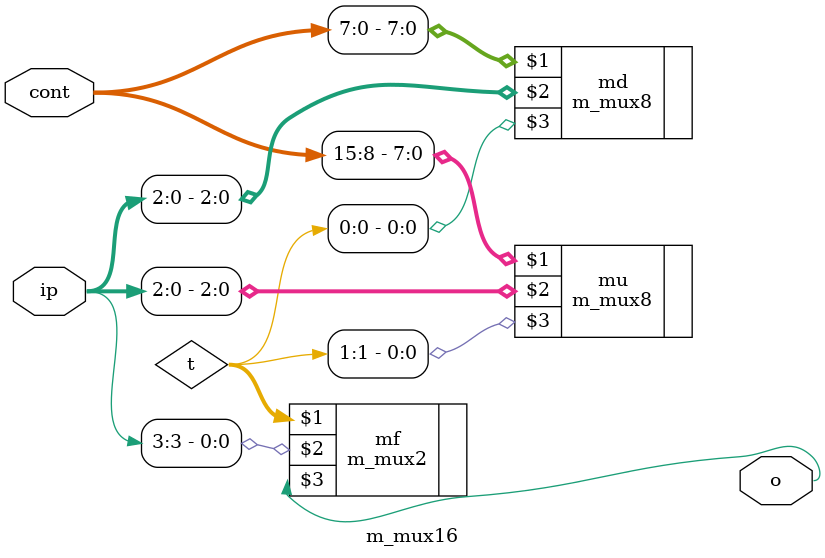
<source format=v>
`include "mux8.v"

module m_mux16(input[15:0] cont,input[3:0] ip,output o);

	wire[1:0] t;
	m_mux8 mu(cont[15:8],ip[2:0],t[1]);
	m_mux8 md(cont[7:0],ip[2:0],t[0]);
	m_mux2 mf(t,ip[3],o);

endmodule
</source>
